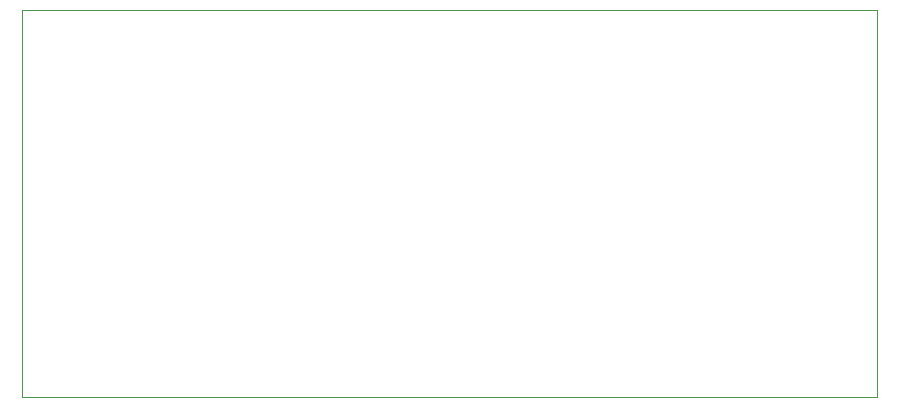
<source format=gm1>
%TF.GenerationSoftware,KiCad,Pcbnew,(5.1.2-1)-1*%
%TF.CreationDate,2023-02-25T22:44:41-05:00*%
%TF.ProjectId,7seg,37736567-2e6b-4696-9361-645f70636258,rev?*%
%TF.SameCoordinates,Original*%
%TF.FileFunction,Profile,NP*%
%FSLAX46Y46*%
G04 Gerber Fmt 4.6, Leading zero omitted, Abs format (unit mm)*
G04 Created by KiCad (PCBNEW (5.1.2-1)-1) date 2023-02-25 22:44:41*
%MOMM*%
%LPD*%
G04 APERTURE LIST*
%ADD10C,0.050000*%
G04 APERTURE END LIST*
D10*
X152400000Y55626000D02*
X152400000Y50800000D01*
X80010000Y55626000D02*
X80010000Y50800000D01*
X80010000Y22860000D02*
X80010000Y50800000D01*
X81280000Y22860000D02*
X80010000Y22860000D01*
X152400000Y22860000D02*
X81280000Y22860000D01*
X152400000Y50800000D02*
X152400000Y22860000D01*
X80010000Y55626000D02*
X152400000Y55626000D01*
M02*

</source>
